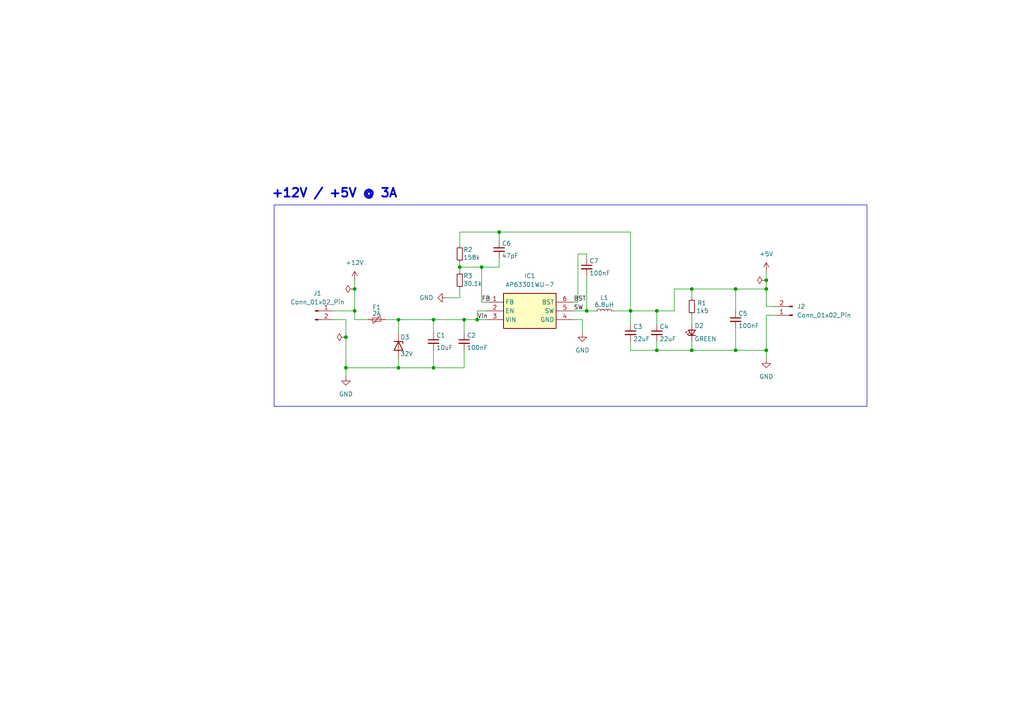
<source format=kicad_sch>
(kicad_sch
	(version 20231120)
	(generator "eeschema")
	(generator_version "8.0")
	(uuid "8d98cc41-7dcb-4437-9e56-3b5bbcb5298a")
	(paper "A4")
	(title_block
		(title "Buck_conv_adjustable_12V-5V")
		(date "2025-05-05")
		(rev "v0.1")
		(company "Siyar Onurlu")
	)
	(lib_symbols
		(symbol "0_sym:AP63301WU-7"
			(exclude_from_sim no)
			(in_bom yes)
			(on_board yes)
			(property "Reference" "IC"
				(at 21.59 7.62 0)
				(effects
					(font
						(size 1.27 1.27)
					)
					(justify left top)
				)
			)
			(property "Value" "AP63301WU-7"
				(at 21.59 5.08 0)
				(effects
					(font
						(size 1.27 1.27)
					)
					(justify left top)
				)
			)
			(property "Footprint" "SOT95P280X100-6N"
				(at 21.59 -94.92 0)
				(effects
					(font
						(size 1.27 1.27)
					)
					(justify left top)
					(hide yes)
				)
			)
			(property "Datasheet" "https://www.diodes.com//assets/Datasheets/AP63300-AP63301.pdf"
				(at 21.59 -194.92 0)
				(effects
					(font
						(size 1.27 1.27)
					)
					(justify left top)
					(hide yes)
				)
			)
			(property "Description" "3.8V TO 32V INPUT, 3A LOW IQ SYNCHRONOUS BUCK WITH ENHANCED EMI REDUCTION."
				(at 0 0 0)
				(effects
					(font
						(size 1.27 1.27)
					)
					(hide yes)
				)
			)
			(property "Height" "1"
				(at 21.59 -394.92 0)
				(effects
					(font
						(size 1.27 1.27)
					)
					(justify left top)
					(hide yes)
				)
			)
			(property "Mouser Part Number" "621-AP63301WU-7"
				(at 21.59 -494.92 0)
				(effects
					(font
						(size 1.27 1.27)
					)
					(justify left top)
					(hide yes)
				)
			)
			(property "Mouser Price/Stock" "https://www.mouser.co.uk/ProductDetail/Diodes-Incorporated/AP63301WU-7?qs=bZr6mbWTK5mxozg17S0lNg%3D%3D"
				(at 21.59 -594.92 0)
				(effects
					(font
						(size 1.27 1.27)
					)
					(justify left top)
					(hide yes)
				)
			)
			(property "Manufacturer_Name" "Diodes Incorporated"
				(at 21.59 -694.92 0)
				(effects
					(font
						(size 1.27 1.27)
					)
					(justify left top)
					(hide yes)
				)
			)
			(property "Manufacturer_Part_Number" "AP63301WU-7"
				(at 21.59 -794.92 0)
				(effects
					(font
						(size 1.27 1.27)
					)
					(justify left top)
					(hide yes)
				)
			)
			(symbol "AP63301WU-7_1_1"
				(rectangle
					(start 5.08 2.54)
					(end 20.32 -7.62)
					(stroke
						(width 0.254)
						(type default)
					)
					(fill
						(type background)
					)
				)
				(pin passive line
					(at 0 0 0)
					(length 5.08)
					(name "FB"
						(effects
							(font
								(size 1.27 1.27)
							)
						)
					)
					(number "1"
						(effects
							(font
								(size 1.27 1.27)
							)
						)
					)
				)
				(pin passive line
					(at 0 -2.54 0)
					(length 5.08)
					(name "EN"
						(effects
							(font
								(size 1.27 1.27)
							)
						)
					)
					(number "2"
						(effects
							(font
								(size 1.27 1.27)
							)
						)
					)
				)
				(pin passive line
					(at 0 -5.08 0)
					(length 5.08)
					(name "VIN"
						(effects
							(font
								(size 1.27 1.27)
							)
						)
					)
					(number "3"
						(effects
							(font
								(size 1.27 1.27)
							)
						)
					)
				)
				(pin passive line
					(at 25.4 -5.08 180)
					(length 5.08)
					(name "GND"
						(effects
							(font
								(size 1.27 1.27)
							)
						)
					)
					(number "4"
						(effects
							(font
								(size 1.27 1.27)
							)
						)
					)
				)
				(pin passive line
					(at 25.4 -2.54 180)
					(length 5.08)
					(name "SW"
						(effects
							(font
								(size 1.27 1.27)
							)
						)
					)
					(number "5"
						(effects
							(font
								(size 1.27 1.27)
							)
						)
					)
				)
				(pin passive line
					(at 25.4 0 180)
					(length 5.08)
					(name "BST"
						(effects
							(font
								(size 1.27 1.27)
							)
						)
					)
					(number "6"
						(effects
							(font
								(size 1.27 1.27)
							)
						)
					)
				)
			)
		)
		(symbol "Connector:Conn_01x02_Pin"
			(pin_names
				(offset 1.016) hide)
			(exclude_from_sim no)
			(in_bom yes)
			(on_board yes)
			(property "Reference" "J"
				(at 0 2.54 0)
				(effects
					(font
						(size 1.27 1.27)
					)
				)
			)
			(property "Value" "Conn_01x02_Pin"
				(at 0 -5.08 0)
				(effects
					(font
						(size 1.27 1.27)
					)
				)
			)
			(property "Footprint" ""
				(at 0 0 0)
				(effects
					(font
						(size 1.27 1.27)
					)
					(hide yes)
				)
			)
			(property "Datasheet" "~"
				(at 0 0 0)
				(effects
					(font
						(size 1.27 1.27)
					)
					(hide yes)
				)
			)
			(property "Description" "Generic connector, single row, 01x02, script generated"
				(at 0 0 0)
				(effects
					(font
						(size 1.27 1.27)
					)
					(hide yes)
				)
			)
			(property "ki_locked" ""
				(at 0 0 0)
				(effects
					(font
						(size 1.27 1.27)
					)
				)
			)
			(property "ki_keywords" "connector"
				(at 0 0 0)
				(effects
					(font
						(size 1.27 1.27)
					)
					(hide yes)
				)
			)
			(property "ki_fp_filters" "Connector*:*_1x??_*"
				(at 0 0 0)
				(effects
					(font
						(size 1.27 1.27)
					)
					(hide yes)
				)
			)
			(symbol "Conn_01x02_Pin_1_1"
				(polyline
					(pts
						(xy 1.27 -2.54) (xy 0.8636 -2.54)
					)
					(stroke
						(width 0.1524)
						(type default)
					)
					(fill
						(type none)
					)
				)
				(polyline
					(pts
						(xy 1.27 0) (xy 0.8636 0)
					)
					(stroke
						(width 0.1524)
						(type default)
					)
					(fill
						(type none)
					)
				)
				(rectangle
					(start 0.8636 -2.413)
					(end 0 -2.667)
					(stroke
						(width 0.1524)
						(type default)
					)
					(fill
						(type outline)
					)
				)
				(rectangle
					(start 0.8636 0.127)
					(end 0 -0.127)
					(stroke
						(width 0.1524)
						(type default)
					)
					(fill
						(type outline)
					)
				)
				(pin passive line
					(at 5.08 0 180)
					(length 3.81)
					(name "Pin_1"
						(effects
							(font
								(size 1.27 1.27)
							)
						)
					)
					(number "1"
						(effects
							(font
								(size 1.27 1.27)
							)
						)
					)
				)
				(pin passive line
					(at 5.08 -2.54 180)
					(length 3.81)
					(name "Pin_2"
						(effects
							(font
								(size 1.27 1.27)
							)
						)
					)
					(number "2"
						(effects
							(font
								(size 1.27 1.27)
							)
						)
					)
				)
			)
		)
		(symbol "Device:C_Small"
			(pin_numbers hide)
			(pin_names
				(offset 0.254) hide)
			(exclude_from_sim no)
			(in_bom yes)
			(on_board yes)
			(property "Reference" "C"
				(at 0.254 1.778 0)
				(effects
					(font
						(size 1.27 1.27)
					)
					(justify left)
				)
			)
			(property "Value" "C_Small"
				(at 0.254 -2.032 0)
				(effects
					(font
						(size 1.27 1.27)
					)
					(justify left)
				)
			)
			(property "Footprint" ""
				(at 0 0 0)
				(effects
					(font
						(size 1.27 1.27)
					)
					(hide yes)
				)
			)
			(property "Datasheet" "~"
				(at 0 0 0)
				(effects
					(font
						(size 1.27 1.27)
					)
					(hide yes)
				)
			)
			(property "Description" "Unpolarized capacitor, small symbol"
				(at 0 0 0)
				(effects
					(font
						(size 1.27 1.27)
					)
					(hide yes)
				)
			)
			(property "ki_keywords" "capacitor cap"
				(at 0 0 0)
				(effects
					(font
						(size 1.27 1.27)
					)
					(hide yes)
				)
			)
			(property "ki_fp_filters" "C_*"
				(at 0 0 0)
				(effects
					(font
						(size 1.27 1.27)
					)
					(hide yes)
				)
			)
			(symbol "C_Small_0_1"
				(polyline
					(pts
						(xy -1.524 -0.508) (xy 1.524 -0.508)
					)
					(stroke
						(width 0.3302)
						(type default)
					)
					(fill
						(type none)
					)
				)
				(polyline
					(pts
						(xy -1.524 0.508) (xy 1.524 0.508)
					)
					(stroke
						(width 0.3048)
						(type default)
					)
					(fill
						(type none)
					)
				)
			)
			(symbol "C_Small_1_1"
				(pin passive line
					(at 0 2.54 270)
					(length 2.032)
					(name "~"
						(effects
							(font
								(size 1.27 1.27)
							)
						)
					)
					(number "1"
						(effects
							(font
								(size 1.27 1.27)
							)
						)
					)
				)
				(pin passive line
					(at 0 -2.54 90)
					(length 2.032)
					(name "~"
						(effects
							(font
								(size 1.27 1.27)
							)
						)
					)
					(number "2"
						(effects
							(font
								(size 1.27 1.27)
							)
						)
					)
				)
			)
		)
		(symbol "Device:LED_Small"
			(pin_numbers hide)
			(pin_names
				(offset 0.254) hide)
			(exclude_from_sim no)
			(in_bom yes)
			(on_board yes)
			(property "Reference" "D"
				(at -1.27 3.175 0)
				(effects
					(font
						(size 1.27 1.27)
					)
					(justify left)
				)
			)
			(property "Value" "LED_Small"
				(at -4.445 -2.54 0)
				(effects
					(font
						(size 1.27 1.27)
					)
					(justify left)
				)
			)
			(property "Footprint" ""
				(at 0 0 90)
				(effects
					(font
						(size 1.27 1.27)
					)
					(hide yes)
				)
			)
			(property "Datasheet" "~"
				(at 0 0 90)
				(effects
					(font
						(size 1.27 1.27)
					)
					(hide yes)
				)
			)
			(property "Description" "Light emitting diode, small symbol"
				(at 0 0 0)
				(effects
					(font
						(size 1.27 1.27)
					)
					(hide yes)
				)
			)
			(property "ki_keywords" "LED diode light-emitting-diode"
				(at 0 0 0)
				(effects
					(font
						(size 1.27 1.27)
					)
					(hide yes)
				)
			)
			(property "ki_fp_filters" "LED* LED_SMD:* LED_THT:*"
				(at 0 0 0)
				(effects
					(font
						(size 1.27 1.27)
					)
					(hide yes)
				)
			)
			(symbol "LED_Small_0_1"
				(polyline
					(pts
						(xy -0.762 -1.016) (xy -0.762 1.016)
					)
					(stroke
						(width 0.254)
						(type default)
					)
					(fill
						(type none)
					)
				)
				(polyline
					(pts
						(xy 1.016 0) (xy -0.762 0)
					)
					(stroke
						(width 0)
						(type default)
					)
					(fill
						(type none)
					)
				)
				(polyline
					(pts
						(xy 0.762 -1.016) (xy -0.762 0) (xy 0.762 1.016) (xy 0.762 -1.016)
					)
					(stroke
						(width 0.254)
						(type default)
					)
					(fill
						(type none)
					)
				)
				(polyline
					(pts
						(xy 0 0.762) (xy -0.508 1.27) (xy -0.254 1.27) (xy -0.508 1.27) (xy -0.508 1.016)
					)
					(stroke
						(width 0)
						(type default)
					)
					(fill
						(type none)
					)
				)
				(polyline
					(pts
						(xy 0.508 1.27) (xy 0 1.778) (xy 0.254 1.778) (xy 0 1.778) (xy 0 1.524)
					)
					(stroke
						(width 0)
						(type default)
					)
					(fill
						(type none)
					)
				)
			)
			(symbol "LED_Small_1_1"
				(pin passive line
					(at -2.54 0 0)
					(length 1.778)
					(name "K"
						(effects
							(font
								(size 1.27 1.27)
							)
						)
					)
					(number "1"
						(effects
							(font
								(size 1.27 1.27)
							)
						)
					)
				)
				(pin passive line
					(at 2.54 0 180)
					(length 1.778)
					(name "A"
						(effects
							(font
								(size 1.27 1.27)
							)
						)
					)
					(number "2"
						(effects
							(font
								(size 1.27 1.27)
							)
						)
					)
				)
			)
		)
		(symbol "Device:L_Small"
			(pin_numbers hide)
			(pin_names
				(offset 0.254) hide)
			(exclude_from_sim no)
			(in_bom yes)
			(on_board yes)
			(property "Reference" "L"
				(at 0.762 1.016 0)
				(effects
					(font
						(size 1.27 1.27)
					)
					(justify left)
				)
			)
			(property "Value" "L_Small"
				(at 0.762 -1.016 0)
				(effects
					(font
						(size 1.27 1.27)
					)
					(justify left)
				)
			)
			(property "Footprint" ""
				(at 0 0 0)
				(effects
					(font
						(size 1.27 1.27)
					)
					(hide yes)
				)
			)
			(property "Datasheet" "~"
				(at 0 0 0)
				(effects
					(font
						(size 1.27 1.27)
					)
					(hide yes)
				)
			)
			(property "Description" "Inductor, small symbol"
				(at 0 0 0)
				(effects
					(font
						(size 1.27 1.27)
					)
					(hide yes)
				)
			)
			(property "ki_keywords" "inductor choke coil reactor magnetic"
				(at 0 0 0)
				(effects
					(font
						(size 1.27 1.27)
					)
					(hide yes)
				)
			)
			(property "ki_fp_filters" "Choke_* *Coil* Inductor_* L_*"
				(at 0 0 0)
				(effects
					(font
						(size 1.27 1.27)
					)
					(hide yes)
				)
			)
			(symbol "L_Small_0_1"
				(arc
					(start 0 -2.032)
					(mid 0.5058 -1.524)
					(end 0 -1.016)
					(stroke
						(width 0)
						(type default)
					)
					(fill
						(type none)
					)
				)
				(arc
					(start 0 -1.016)
					(mid 0.5058 -0.508)
					(end 0 0)
					(stroke
						(width 0)
						(type default)
					)
					(fill
						(type none)
					)
				)
				(arc
					(start 0 0)
					(mid 0.5058 0.508)
					(end 0 1.016)
					(stroke
						(width 0)
						(type default)
					)
					(fill
						(type none)
					)
				)
				(arc
					(start 0 1.016)
					(mid 0.5058 1.524)
					(end 0 2.032)
					(stroke
						(width 0)
						(type default)
					)
					(fill
						(type none)
					)
				)
			)
			(symbol "L_Small_1_1"
				(pin passive line
					(at 0 2.54 270)
					(length 0.508)
					(name "~"
						(effects
							(font
								(size 1.27 1.27)
							)
						)
					)
					(number "1"
						(effects
							(font
								(size 1.27 1.27)
							)
						)
					)
				)
				(pin passive line
					(at 0 -2.54 90)
					(length 0.508)
					(name "~"
						(effects
							(font
								(size 1.27 1.27)
							)
						)
					)
					(number "2"
						(effects
							(font
								(size 1.27 1.27)
							)
						)
					)
				)
			)
		)
		(symbol "Device:Polyfuse_Small"
			(pin_numbers hide)
			(pin_names
				(offset 0)
			)
			(exclude_from_sim no)
			(in_bom yes)
			(on_board yes)
			(property "Reference" "F"
				(at -1.905 0 90)
				(effects
					(font
						(size 1.27 1.27)
					)
				)
			)
			(property "Value" "Polyfuse_Small"
				(at 1.905 0 90)
				(effects
					(font
						(size 1.27 1.27)
					)
				)
			)
			(property "Footprint" ""
				(at 1.27 -5.08 0)
				(effects
					(font
						(size 1.27 1.27)
					)
					(justify left)
					(hide yes)
				)
			)
			(property "Datasheet" "~"
				(at 0 0 0)
				(effects
					(font
						(size 1.27 1.27)
					)
					(hide yes)
				)
			)
			(property "Description" "Resettable fuse, polymeric positive temperature coefficient, small symbol"
				(at 0 0 0)
				(effects
					(font
						(size 1.27 1.27)
					)
					(hide yes)
				)
			)
			(property "ki_keywords" "resettable fuse PTC PPTC polyfuse polyswitch"
				(at 0 0 0)
				(effects
					(font
						(size 1.27 1.27)
					)
					(hide yes)
				)
			)
			(property "ki_fp_filters" "*polyfuse* *PTC*"
				(at 0 0 0)
				(effects
					(font
						(size 1.27 1.27)
					)
					(hide yes)
				)
			)
			(symbol "Polyfuse_Small_0_1"
				(rectangle
					(start -0.508 1.27)
					(end 0.508 -1.27)
					(stroke
						(width 0)
						(type default)
					)
					(fill
						(type none)
					)
				)
				(polyline
					(pts
						(xy 0 2.54) (xy 0 -2.54)
					)
					(stroke
						(width 0)
						(type default)
					)
					(fill
						(type none)
					)
				)
				(polyline
					(pts
						(xy -1.016 1.27) (xy -1.016 0.762) (xy 1.016 -0.762) (xy 1.016 -1.27)
					)
					(stroke
						(width 0)
						(type default)
					)
					(fill
						(type none)
					)
				)
			)
			(symbol "Polyfuse_Small_1_1"
				(pin passive line
					(at 0 2.54 270)
					(length 0.635)
					(name "~"
						(effects
							(font
								(size 1.27 1.27)
							)
						)
					)
					(number "1"
						(effects
							(font
								(size 1.27 1.27)
							)
						)
					)
				)
				(pin passive line
					(at 0 -2.54 90)
					(length 0.635)
					(name "~"
						(effects
							(font
								(size 1.27 1.27)
							)
						)
					)
					(number "2"
						(effects
							(font
								(size 1.27 1.27)
							)
						)
					)
				)
			)
		)
		(symbol "Device:R_Small"
			(pin_numbers hide)
			(pin_names
				(offset 0.254) hide)
			(exclude_from_sim no)
			(in_bom yes)
			(on_board yes)
			(property "Reference" "R"
				(at 0.762 0.508 0)
				(effects
					(font
						(size 1.27 1.27)
					)
					(justify left)
				)
			)
			(property "Value" "R_Small"
				(at 0.762 -1.016 0)
				(effects
					(font
						(size 1.27 1.27)
					)
					(justify left)
				)
			)
			(property "Footprint" ""
				(at 0 0 0)
				(effects
					(font
						(size 1.27 1.27)
					)
					(hide yes)
				)
			)
			(property "Datasheet" "~"
				(at 0 0 0)
				(effects
					(font
						(size 1.27 1.27)
					)
					(hide yes)
				)
			)
			(property "Description" "Resistor, small symbol"
				(at 0 0 0)
				(effects
					(font
						(size 1.27 1.27)
					)
					(hide yes)
				)
			)
			(property "ki_keywords" "R resistor"
				(at 0 0 0)
				(effects
					(font
						(size 1.27 1.27)
					)
					(hide yes)
				)
			)
			(property "ki_fp_filters" "R_*"
				(at 0 0 0)
				(effects
					(font
						(size 1.27 1.27)
					)
					(hide yes)
				)
			)
			(symbol "R_Small_0_1"
				(rectangle
					(start -0.762 1.778)
					(end 0.762 -1.778)
					(stroke
						(width 0.2032)
						(type default)
					)
					(fill
						(type none)
					)
				)
			)
			(symbol "R_Small_1_1"
				(pin passive line
					(at 0 2.54 270)
					(length 0.762)
					(name "~"
						(effects
							(font
								(size 1.27 1.27)
							)
						)
					)
					(number "1"
						(effects
							(font
								(size 1.27 1.27)
							)
						)
					)
				)
				(pin passive line
					(at 0 -2.54 90)
					(length 0.762)
					(name "~"
						(effects
							(font
								(size 1.27 1.27)
							)
						)
					)
					(number "2"
						(effects
							(font
								(size 1.27 1.27)
							)
						)
					)
				)
			)
		)
		(symbol "Diode:PTVS15VZ1USK"
			(pin_numbers hide)
			(pin_names hide)
			(exclude_from_sim no)
			(in_bom yes)
			(on_board yes)
			(property "Reference" "D"
				(at 0 2.54 0)
				(effects
					(font
						(size 1.27 1.27)
					)
				)
			)
			(property "Value" "PTVS15VZ1USK"
				(at 0 -2.54 0)
				(effects
					(font
						(size 1.27 1.27)
					)
				)
			)
			(property "Footprint" "Diode_SMD:Nexperia_DSN1608-2_1.6x0.8mm"
				(at 0 -4.445 0)
				(effects
					(font
						(size 1.27 1.27)
					)
					(hide yes)
				)
			)
			(property "Datasheet" "https://assets.nexperia.com/documents/data-sheet/PTVS15VZ1USK.pdf"
				(at 0 0 0)
				(effects
					(font
						(size 1.27 1.27)
					)
					(hide yes)
				)
			)
			(property "Description" "15V, 1900W TVS unidirectional diode, DSN1608-2"
				(at 0 0 0)
				(effects
					(font
						(size 1.27 1.27)
					)
					(hide yes)
				)
			)
			(property "ki_keywords" "TVS diode"
				(at 0 0 0)
				(effects
					(font
						(size 1.27 1.27)
					)
					(hide yes)
				)
			)
			(property "ki_fp_filters" "*DSN1608?2*"
				(at 0 0 0)
				(effects
					(font
						(size 1.27 1.27)
					)
					(hide yes)
				)
			)
			(symbol "PTVS15VZ1USK_0_1"
				(polyline
					(pts
						(xy 1.27 0) (xy -1.27 0)
					)
					(stroke
						(width 0)
						(type default)
					)
					(fill
						(type none)
					)
				)
				(polyline
					(pts
						(xy -1.27 -1.27) (xy -1.27 1.27) (xy -0.762 1.27)
					)
					(stroke
						(width 0.254)
						(type default)
					)
					(fill
						(type none)
					)
				)
				(polyline
					(pts
						(xy 1.27 -1.27) (xy 1.27 1.27) (xy -1.27 0) (xy 1.27 -1.27)
					)
					(stroke
						(width 0.254)
						(type default)
					)
					(fill
						(type none)
					)
				)
			)
			(symbol "PTVS15VZ1USK_1_1"
				(pin passive line
					(at -3.81 0 0)
					(length 2.54)
					(name "K"
						(effects
							(font
								(size 1.27 1.27)
							)
						)
					)
					(number "1"
						(effects
							(font
								(size 1.27 1.27)
							)
						)
					)
				)
				(pin passive line
					(at 3.81 0 180)
					(length 2.54)
					(name "A"
						(effects
							(font
								(size 1.27 1.27)
							)
						)
					)
					(number "2"
						(effects
							(font
								(size 1.27 1.27)
							)
						)
					)
				)
			)
		)
		(symbol "power:+12V"
			(power)
			(pin_numbers hide)
			(pin_names
				(offset 0) hide)
			(exclude_from_sim no)
			(in_bom yes)
			(on_board yes)
			(property "Reference" "#PWR"
				(at 0 -3.81 0)
				(effects
					(font
						(size 1.27 1.27)
					)
					(hide yes)
				)
			)
			(property "Value" "+12V"
				(at 0 3.556 0)
				(effects
					(font
						(size 1.27 1.27)
					)
				)
			)
			(property "Footprint" ""
				(at 0 0 0)
				(effects
					(font
						(size 1.27 1.27)
					)
					(hide yes)
				)
			)
			(property "Datasheet" ""
				(at 0 0 0)
				(effects
					(font
						(size 1.27 1.27)
					)
					(hide yes)
				)
			)
			(property "Description" "Power symbol creates a global label with name \"+12V\""
				(at 0 0 0)
				(effects
					(font
						(size 1.27 1.27)
					)
					(hide yes)
				)
			)
			(property "ki_keywords" "global power"
				(at 0 0 0)
				(effects
					(font
						(size 1.27 1.27)
					)
					(hide yes)
				)
			)
			(symbol "+12V_0_1"
				(polyline
					(pts
						(xy -0.762 1.27) (xy 0 2.54)
					)
					(stroke
						(width 0)
						(type default)
					)
					(fill
						(type none)
					)
				)
				(polyline
					(pts
						(xy 0 0) (xy 0 2.54)
					)
					(stroke
						(width 0)
						(type default)
					)
					(fill
						(type none)
					)
				)
				(polyline
					(pts
						(xy 0 2.54) (xy 0.762 1.27)
					)
					(stroke
						(width 0)
						(type default)
					)
					(fill
						(type none)
					)
				)
			)
			(symbol "+12V_1_1"
				(pin power_in line
					(at 0 0 90)
					(length 0)
					(name "~"
						(effects
							(font
								(size 1.27 1.27)
							)
						)
					)
					(number "1"
						(effects
							(font
								(size 1.27 1.27)
							)
						)
					)
				)
			)
		)
		(symbol "power:+5V"
			(power)
			(pin_numbers hide)
			(pin_names
				(offset 0) hide)
			(exclude_from_sim no)
			(in_bom yes)
			(on_board yes)
			(property "Reference" "#PWR"
				(at 0 -3.81 0)
				(effects
					(font
						(size 1.27 1.27)
					)
					(hide yes)
				)
			)
			(property "Value" "+5V"
				(at 0 3.556 0)
				(effects
					(font
						(size 1.27 1.27)
					)
				)
			)
			(property "Footprint" ""
				(at 0 0 0)
				(effects
					(font
						(size 1.27 1.27)
					)
					(hide yes)
				)
			)
			(property "Datasheet" ""
				(at 0 0 0)
				(effects
					(font
						(size 1.27 1.27)
					)
					(hide yes)
				)
			)
			(property "Description" "Power symbol creates a global label with name \"+5V\""
				(at 0 0 0)
				(effects
					(font
						(size 1.27 1.27)
					)
					(hide yes)
				)
			)
			(property "ki_keywords" "global power"
				(at 0 0 0)
				(effects
					(font
						(size 1.27 1.27)
					)
					(hide yes)
				)
			)
			(symbol "+5V_0_1"
				(polyline
					(pts
						(xy -0.762 1.27) (xy 0 2.54)
					)
					(stroke
						(width 0)
						(type default)
					)
					(fill
						(type none)
					)
				)
				(polyline
					(pts
						(xy 0 0) (xy 0 2.54)
					)
					(stroke
						(width 0)
						(type default)
					)
					(fill
						(type none)
					)
				)
				(polyline
					(pts
						(xy 0 2.54) (xy 0.762 1.27)
					)
					(stroke
						(width 0)
						(type default)
					)
					(fill
						(type none)
					)
				)
			)
			(symbol "+5V_1_1"
				(pin power_in line
					(at 0 0 90)
					(length 0)
					(name "~"
						(effects
							(font
								(size 1.27 1.27)
							)
						)
					)
					(number "1"
						(effects
							(font
								(size 1.27 1.27)
							)
						)
					)
				)
			)
		)
		(symbol "power:GND"
			(power)
			(pin_numbers hide)
			(pin_names
				(offset 0) hide)
			(exclude_from_sim no)
			(in_bom yes)
			(on_board yes)
			(property "Reference" "#PWR"
				(at 0 -6.35 0)
				(effects
					(font
						(size 1.27 1.27)
					)
					(hide yes)
				)
			)
			(property "Value" "GND"
				(at 0 -3.81 0)
				(effects
					(font
						(size 1.27 1.27)
					)
				)
			)
			(property "Footprint" ""
				(at 0 0 0)
				(effects
					(font
						(size 1.27 1.27)
					)
					(hide yes)
				)
			)
			(property "Datasheet" ""
				(at 0 0 0)
				(effects
					(font
						(size 1.27 1.27)
					)
					(hide yes)
				)
			)
			(property "Description" "Power symbol creates a global label with name \"GND\" , ground"
				(at 0 0 0)
				(effects
					(font
						(size 1.27 1.27)
					)
					(hide yes)
				)
			)
			(property "ki_keywords" "global power"
				(at 0 0 0)
				(effects
					(font
						(size 1.27 1.27)
					)
					(hide yes)
				)
			)
			(symbol "GND_0_1"
				(polyline
					(pts
						(xy 0 0) (xy 0 -1.27) (xy 1.27 -1.27) (xy 0 -2.54) (xy -1.27 -1.27) (xy 0 -1.27)
					)
					(stroke
						(width 0)
						(type default)
					)
					(fill
						(type none)
					)
				)
			)
			(symbol "GND_1_1"
				(pin power_in line
					(at 0 0 270)
					(length 0)
					(name "~"
						(effects
							(font
								(size 1.27 1.27)
							)
						)
					)
					(number "1"
						(effects
							(font
								(size 1.27 1.27)
							)
						)
					)
				)
			)
		)
		(symbol "power:PWR_FLAG"
			(power)
			(pin_numbers hide)
			(pin_names
				(offset 0) hide)
			(exclude_from_sim no)
			(in_bom yes)
			(on_board yes)
			(property "Reference" "#FLG"
				(at 0 1.905 0)
				(effects
					(font
						(size 1.27 1.27)
					)
					(hide yes)
				)
			)
			(property "Value" "PWR_FLAG"
				(at 0 3.81 0)
				(effects
					(font
						(size 1.27 1.27)
					)
				)
			)
			(property "Footprint" ""
				(at 0 0 0)
				(effects
					(font
						(size 1.27 1.27)
					)
					(hide yes)
				)
			)
			(property "Datasheet" "~"
				(at 0 0 0)
				(effects
					(font
						(size 1.27 1.27)
					)
					(hide yes)
				)
			)
			(property "Description" "Special symbol for telling ERC where power comes from"
				(at 0 0 0)
				(effects
					(font
						(size 1.27 1.27)
					)
					(hide yes)
				)
			)
			(property "ki_keywords" "flag power"
				(at 0 0 0)
				(effects
					(font
						(size 1.27 1.27)
					)
					(hide yes)
				)
			)
			(symbol "PWR_FLAG_0_0"
				(pin power_out line
					(at 0 0 90)
					(length 0)
					(name "~"
						(effects
							(font
								(size 1.27 1.27)
							)
						)
					)
					(number "1"
						(effects
							(font
								(size 1.27 1.27)
							)
						)
					)
				)
			)
			(symbol "PWR_FLAG_0_1"
				(polyline
					(pts
						(xy 0 0) (xy 0 1.27) (xy -1.016 1.905) (xy 0 2.54) (xy 1.016 1.905) (xy 0 1.27)
					)
					(stroke
						(width 0)
						(type default)
					)
					(fill
						(type none)
					)
				)
			)
		)
	)
	(junction
		(at 100.33 106.68)
		(diameter 0)
		(color 0 0 0 0)
		(uuid "00dcd58e-e9c4-4b19-a22b-cdb47e131de3")
	)
	(junction
		(at 115.57 106.68)
		(diameter 0)
		(color 0 0 0 0)
		(uuid "13d50278-0965-4702-babd-5a39b5fc232c")
	)
	(junction
		(at 200.66 83.82)
		(diameter 0)
		(color 0 0 0 0)
		(uuid "16600d0f-d012-4a2f-9366-6481e80511e0")
	)
	(junction
		(at 182.88 90.17)
		(diameter 0)
		(color 0 0 0 0)
		(uuid "17af5771-6632-4c9e-9c10-ed53ea446881")
	)
	(junction
		(at 138.43 92.71)
		(diameter 0)
		(color 0 0 0 0)
		(uuid "2d1134df-c63b-4eeb-bead-00d708167a88")
	)
	(junction
		(at 125.73 106.68)
		(diameter 0)
		(color 0 0 0 0)
		(uuid "2dec03f1-929b-4168-94b4-1efcb962309e")
	)
	(junction
		(at 125.73 92.71)
		(diameter 0)
		(color 0 0 0 0)
		(uuid "39d79b3e-909b-4e69-84c4-659668482c9b")
	)
	(junction
		(at 144.78 67.31)
		(diameter 0)
		(color 0 0 0 0)
		(uuid "57881fa0-80f3-466a-b93a-7cdad969b85b")
	)
	(junction
		(at 134.62 92.71)
		(diameter 0)
		(color 0 0 0 0)
		(uuid "58c7d73c-3153-4cad-ba58-fed829f09e70")
	)
	(junction
		(at 222.25 83.82)
		(diameter 0)
		(color 0 0 0 0)
		(uuid "5e954798-246b-41d7-8134-1155b0778d94")
	)
	(junction
		(at 222.25 81.28)
		(diameter 0)
		(color 0 0 0 0)
		(uuid "60ebcbdf-da8b-4ad2-ad2b-d5d2380c4283")
	)
	(junction
		(at 139.7 77.47)
		(diameter 0)
		(color 0 0 0 0)
		(uuid "63639832-ef8b-4180-b785-4857437560e0")
	)
	(junction
		(at 115.57 92.71)
		(diameter 0)
		(color 0 0 0 0)
		(uuid "77b8411c-b0b0-427a-a803-0140e2989bac")
	)
	(junction
		(at 102.87 83.82)
		(diameter 0)
		(color 0 0 0 0)
		(uuid "93ce06f3-86ed-4364-bb69-161313f765ce")
	)
	(junction
		(at 190.5 90.17)
		(diameter 0)
		(color 0 0 0 0)
		(uuid "96a4830f-c181-4899-ac47-fae668ba6b5b")
	)
	(junction
		(at 133.35 77.47)
		(diameter 0)
		(color 0 0 0 0)
		(uuid "9d213730-9e1a-4c09-a6bf-131b41336dbe")
	)
	(junction
		(at 100.33 97.79)
		(diameter 0)
		(color 0 0 0 0)
		(uuid "a868fb20-9afb-42eb-b4ba-e4ebdc43e881")
	)
	(junction
		(at 190.5 101.6)
		(diameter 0)
		(color 0 0 0 0)
		(uuid "b8ff69d6-d357-4a85-b11b-1a8523047878")
	)
	(junction
		(at 200.66 101.6)
		(diameter 0)
		(color 0 0 0 0)
		(uuid "b97c635e-41d4-4272-a636-7c4a61f26539")
	)
	(junction
		(at 222.25 101.6)
		(diameter 0)
		(color 0 0 0 0)
		(uuid "ca4ab12f-94e0-4030-8b01-909103c6fa13")
	)
	(junction
		(at 102.87 90.17)
		(diameter 0)
		(color 0 0 0 0)
		(uuid "d6d7da41-df06-4a16-b401-1b5dece677f6")
	)
	(junction
		(at 170.18 90.17)
		(diameter 0)
		(color 0 0 0 0)
		(uuid "db73c808-ce36-46ab-88b4-bff371181f14")
	)
	(junction
		(at 213.36 101.6)
		(diameter 0)
		(color 0 0 0 0)
		(uuid "efd05f73-687f-4c34-8c79-95341afce3ba")
	)
	(junction
		(at 213.36 83.82)
		(diameter 0)
		(color 0 0 0 0)
		(uuid "f2a7ebc1-aac2-404b-9679-50037815dbc1")
	)
	(wire
		(pts
			(xy 170.18 90.17) (xy 172.72 90.17)
		)
		(stroke
			(width 0)
			(type default)
		)
		(uuid "00163555-a24c-4298-9699-647832fa82ce")
	)
	(wire
		(pts
			(xy 190.5 90.17) (xy 190.5 93.98)
		)
		(stroke
			(width 0)
			(type default)
		)
		(uuid "00da30b3-a56e-4922-8bf7-8838af9e861f")
	)
	(wire
		(pts
			(xy 213.36 95.25) (xy 213.36 101.6)
		)
		(stroke
			(width 0)
			(type default)
		)
		(uuid "0229f0a4-71e6-4761-b045-8411622c7bfc")
	)
	(wire
		(pts
			(xy 213.36 83.82) (xy 213.36 90.17)
		)
		(stroke
			(width 0)
			(type default)
		)
		(uuid "0512f7a3-119e-4d71-8d51-7bf1d6c05db6")
	)
	(wire
		(pts
			(xy 222.25 81.28) (xy 222.25 83.82)
		)
		(stroke
			(width 0)
			(type default)
		)
		(uuid "0555f292-5563-4f13-88d4-bfd0b1bb5fc9")
	)
	(wire
		(pts
			(xy 139.7 77.47) (xy 133.35 77.47)
		)
		(stroke
			(width 0)
			(type default)
		)
		(uuid "0d3a393c-c926-4ebb-89e0-798150a28a56")
	)
	(wire
		(pts
			(xy 144.78 77.47) (xy 144.78 74.93)
		)
		(stroke
			(width 0)
			(type default)
		)
		(uuid "130a2567-a397-42f2-aef2-5418d83c3eeb")
	)
	(wire
		(pts
			(xy 167.64 73.66) (xy 170.18 73.66)
		)
		(stroke
			(width 0)
			(type default)
		)
		(uuid "163e3504-c597-4a5b-a449-bd8ff6b2b446")
	)
	(wire
		(pts
			(xy 200.66 83.82) (xy 200.66 86.36)
		)
		(stroke
			(width 0)
			(type default)
		)
		(uuid "19522830-a176-434f-8f10-878663b05534")
	)
	(wire
		(pts
			(xy 133.35 86.36) (xy 129.54 86.36)
		)
		(stroke
			(width 0)
			(type default)
		)
		(uuid "1aaf1eff-7d34-45b9-9fa9-f7fedb6cde3e")
	)
	(wire
		(pts
			(xy 195.58 83.82) (xy 200.66 83.82)
		)
		(stroke
			(width 0)
			(type default)
		)
		(uuid "1bb0b30a-afe7-4234-8c8f-eb85a73cb7a5")
	)
	(wire
		(pts
			(xy 134.62 92.71) (xy 134.62 96.52)
		)
		(stroke
			(width 0)
			(type default)
		)
		(uuid "20a7f3d6-aec7-450a-bb96-aa5721f29a52")
	)
	(wire
		(pts
			(xy 111.76 92.71) (xy 115.57 92.71)
		)
		(stroke
			(width 0)
			(type default)
		)
		(uuid "234f7f9c-b23f-4a99-98be-1da7608eb42e")
	)
	(wire
		(pts
			(xy 200.66 101.6) (xy 213.36 101.6)
		)
		(stroke
			(width 0)
			(type default)
		)
		(uuid "26195f27-839c-4e03-a667-f81cb93d6571")
	)
	(wire
		(pts
			(xy 222.25 91.44) (xy 222.25 101.6)
		)
		(stroke
			(width 0)
			(type default)
		)
		(uuid "274588a5-c21c-4551-8da4-59cf4514dfb8")
	)
	(wire
		(pts
			(xy 200.66 99.06) (xy 200.66 101.6)
		)
		(stroke
			(width 0)
			(type default)
		)
		(uuid "2802e538-ae0c-4533-a8f2-0e2e30893ccc")
	)
	(wire
		(pts
			(xy 102.87 92.71) (xy 102.87 90.17)
		)
		(stroke
			(width 0)
			(type default)
		)
		(uuid "291967a5-a768-4106-8116-ae065928e3ad")
	)
	(wire
		(pts
			(xy 115.57 106.68) (xy 125.73 106.68)
		)
		(stroke
			(width 0)
			(type default)
		)
		(uuid "2ec5cf4a-d230-4e25-8f2e-621586b16610")
	)
	(wire
		(pts
			(xy 166.37 92.71) (xy 168.91 92.71)
		)
		(stroke
			(width 0)
			(type default)
		)
		(uuid "32430b2c-9fdb-4143-88c0-a849d09657b9")
	)
	(wire
		(pts
			(xy 166.37 90.17) (xy 170.18 90.17)
		)
		(stroke
			(width 0)
			(type default)
		)
		(uuid "341827f0-36ea-408d-99ab-098b66cf6225")
	)
	(wire
		(pts
			(xy 182.88 101.6) (xy 190.5 101.6)
		)
		(stroke
			(width 0)
			(type default)
		)
		(uuid "3492a4af-112f-4ee1-890f-588f16354265")
	)
	(wire
		(pts
			(xy 144.78 67.31) (xy 133.35 67.31)
		)
		(stroke
			(width 0)
			(type default)
		)
		(uuid "34c1d5cb-b709-4c34-9f5a-c16ff1ace7ae")
	)
	(wire
		(pts
			(xy 140.97 90.17) (xy 138.43 90.17)
		)
		(stroke
			(width 0)
			(type default)
		)
		(uuid "38c44476-9abd-4d45-8f1c-de201df79a60")
	)
	(wire
		(pts
			(xy 190.5 90.17) (xy 195.58 90.17)
		)
		(stroke
			(width 0)
			(type default)
		)
		(uuid "3a340189-6dc3-4fa1-8a73-341087087899")
	)
	(wire
		(pts
			(xy 100.33 97.79) (xy 100.33 106.68)
		)
		(stroke
			(width 0)
			(type default)
		)
		(uuid "411830ab-b622-48b6-836b-79d25b37fb9c")
	)
	(wire
		(pts
			(xy 115.57 104.14) (xy 115.57 106.68)
		)
		(stroke
			(width 0)
			(type default)
		)
		(uuid "46160093-d91c-49a4-8536-c9de16ccf270")
	)
	(wire
		(pts
			(xy 182.88 90.17) (xy 182.88 67.31)
		)
		(stroke
			(width 0)
			(type default)
		)
		(uuid "4a3cf43a-8e70-4614-908f-ce8bc1b17b86")
	)
	(wire
		(pts
			(xy 134.62 92.71) (xy 138.43 92.71)
		)
		(stroke
			(width 0)
			(type default)
		)
		(uuid "4df0724d-3d79-44ad-893c-639b696af792")
	)
	(wire
		(pts
			(xy 222.25 101.6) (xy 222.25 104.14)
		)
		(stroke
			(width 0)
			(type default)
		)
		(uuid "50324ae0-3a79-4072-8d69-794a432d7213")
	)
	(wire
		(pts
			(xy 222.25 78.74) (xy 222.25 81.28)
		)
		(stroke
			(width 0)
			(type default)
		)
		(uuid "504030ed-90d8-42fb-8864-b090cc152e80")
	)
	(wire
		(pts
			(xy 106.68 92.71) (xy 102.87 92.71)
		)
		(stroke
			(width 0)
			(type default)
		)
		(uuid "53078d21-c1f9-4f34-814d-1c7e2a04c832")
	)
	(wire
		(pts
			(xy 190.5 99.06) (xy 190.5 101.6)
		)
		(stroke
			(width 0)
			(type default)
		)
		(uuid "56e843df-cef9-42b8-a050-000d36f1409c")
	)
	(wire
		(pts
			(xy 190.5 101.6) (xy 200.66 101.6)
		)
		(stroke
			(width 0)
			(type default)
		)
		(uuid "5c6befbc-fa9e-460f-8341-91f334f5a5b5")
	)
	(wire
		(pts
			(xy 134.62 106.68) (xy 125.73 106.68)
		)
		(stroke
			(width 0)
			(type default)
		)
		(uuid "5fc6a8b7-6869-432a-ae81-6ebd5bf14595")
	)
	(wire
		(pts
			(xy 200.66 83.82) (xy 213.36 83.82)
		)
		(stroke
			(width 0)
			(type default)
		)
		(uuid "626bb52f-629e-4859-96f6-cec54f8bb986")
	)
	(wire
		(pts
			(xy 182.88 99.06) (xy 182.88 101.6)
		)
		(stroke
			(width 0)
			(type default)
		)
		(uuid "66f1316e-0e21-4684-b30d-183b7689027b")
	)
	(wire
		(pts
			(xy 170.18 80.01) (xy 170.18 90.17)
		)
		(stroke
			(width 0)
			(type default)
		)
		(uuid "705c0c1a-4485-484d-8987-bb56447ff1cb")
	)
	(wire
		(pts
			(xy 222.25 83.82) (xy 222.25 88.9)
		)
		(stroke
			(width 0)
			(type default)
		)
		(uuid "7060d679-af70-497e-96a8-68b4fd3210cd")
	)
	(wire
		(pts
			(xy 102.87 81.28) (xy 102.87 83.82)
		)
		(stroke
			(width 0)
			(type default)
		)
		(uuid "726ac74b-b299-4b3a-b825-babdb8d6f743")
	)
	(wire
		(pts
			(xy 134.62 101.6) (xy 134.62 106.68)
		)
		(stroke
			(width 0)
			(type default)
		)
		(uuid "760fdcac-57c7-4b25-b5bf-7d499980fea5")
	)
	(wire
		(pts
			(xy 96.52 92.71) (xy 100.33 92.71)
		)
		(stroke
			(width 0)
			(type default)
		)
		(uuid "79c20f59-3a45-4bd5-8ae2-a78335d25b12")
	)
	(wire
		(pts
			(xy 224.79 91.44) (xy 222.25 91.44)
		)
		(stroke
			(width 0)
			(type default)
		)
		(uuid "7a82014f-e528-4df1-9118-b03864cf7e64")
	)
	(wire
		(pts
			(xy 213.36 101.6) (xy 222.25 101.6)
		)
		(stroke
			(width 0)
			(type default)
		)
		(uuid "7f410063-23e0-4653-9070-612092172098")
	)
	(wire
		(pts
			(xy 133.35 77.47) (xy 133.35 78.74)
		)
		(stroke
			(width 0)
			(type default)
		)
		(uuid "7f8ea6be-e610-4d7f-8e4a-fc71a1be7962")
	)
	(wire
		(pts
			(xy 139.7 77.47) (xy 144.78 77.47)
		)
		(stroke
			(width 0)
			(type default)
		)
		(uuid "80214b7d-1869-4c08-96ba-fb28afa9375b")
	)
	(wire
		(pts
			(xy 177.8 90.17) (xy 182.88 90.17)
		)
		(stroke
			(width 0)
			(type default)
		)
		(uuid "876efd14-287c-4104-a0e2-abb98892d029")
	)
	(wire
		(pts
			(xy 133.35 67.31) (xy 133.35 71.12)
		)
		(stroke
			(width 0)
			(type default)
		)
		(uuid "88d734fd-d96c-4ec0-8a46-bbee85bd968d")
	)
	(wire
		(pts
			(xy 133.35 76.2) (xy 133.35 77.47)
		)
		(stroke
			(width 0)
			(type default)
		)
		(uuid "9c016cc3-a4b9-4292-bb3b-a6f89ff23504")
	)
	(wire
		(pts
			(xy 195.58 90.17) (xy 195.58 83.82)
		)
		(stroke
			(width 0)
			(type default)
		)
		(uuid "9ef82c43-e7c3-4a95-adf7-92d9ddfc2a07")
	)
	(wire
		(pts
			(xy 125.73 101.6) (xy 125.73 106.68)
		)
		(stroke
			(width 0)
			(type default)
		)
		(uuid "9f6a2fef-1c1b-4a68-b7ec-53c7187495ac")
	)
	(wire
		(pts
			(xy 200.66 91.44) (xy 200.66 93.98)
		)
		(stroke
			(width 0)
			(type default)
		)
		(uuid "a043365f-8c9b-4774-b022-cbdc483f824d")
	)
	(wire
		(pts
			(xy 102.87 83.82) (xy 102.87 90.17)
		)
		(stroke
			(width 0)
			(type default)
		)
		(uuid "a488ddbb-4899-44df-aadf-4df2be7a938f")
	)
	(wire
		(pts
			(xy 125.73 92.71) (xy 134.62 92.71)
		)
		(stroke
			(width 0)
			(type default)
		)
		(uuid "a6cfa762-9b27-4564-80ce-55c404df8c53")
	)
	(wire
		(pts
			(xy 115.57 92.71) (xy 115.57 96.52)
		)
		(stroke
			(width 0)
			(type default)
		)
		(uuid "a9b7fa87-f25b-480c-a6ff-39d8adc95e30")
	)
	(wire
		(pts
			(xy 182.88 90.17) (xy 190.5 90.17)
		)
		(stroke
			(width 0)
			(type default)
		)
		(uuid "b34fa14b-63e6-4288-8b35-9fabd554bcf1")
	)
	(wire
		(pts
			(xy 125.73 92.71) (xy 125.73 96.52)
		)
		(stroke
			(width 0)
			(type default)
		)
		(uuid "b7080e2e-d308-440f-8e80-47f5cf64e399")
	)
	(wire
		(pts
			(xy 133.35 83.82) (xy 133.35 86.36)
		)
		(stroke
			(width 0)
			(type default)
		)
		(uuid "beea0d0d-6076-43d3-a49f-58797e69b115")
	)
	(wire
		(pts
			(xy 144.78 67.31) (xy 144.78 69.85)
		)
		(stroke
			(width 0)
			(type default)
		)
		(uuid "ce6243bc-aad5-4353-a170-ba1b1dc1aed9")
	)
	(wire
		(pts
			(xy 139.7 87.63) (xy 139.7 77.47)
		)
		(stroke
			(width 0)
			(type default)
		)
		(uuid "ce769f06-bb1b-47b6-bbd6-58f3c1a1c275")
	)
	(wire
		(pts
			(xy 140.97 87.63) (xy 139.7 87.63)
		)
		(stroke
			(width 0)
			(type default)
		)
		(uuid "d080c620-1bcb-49df-992b-d8372b93c15e")
	)
	(wire
		(pts
			(xy 102.87 90.17) (xy 96.52 90.17)
		)
		(stroke
			(width 0)
			(type default)
		)
		(uuid "d15794e4-92cf-409d-b054-5942f7fb3f64")
	)
	(wire
		(pts
			(xy 182.88 90.17) (xy 182.88 93.98)
		)
		(stroke
			(width 0)
			(type default)
		)
		(uuid "d4afb830-38de-4aa0-a93b-3a05a8adb8e4")
	)
	(wire
		(pts
			(xy 182.88 67.31) (xy 144.78 67.31)
		)
		(stroke
			(width 0)
			(type default)
		)
		(uuid "d9355ac6-4ed7-4d2a-a154-3f3cc73ce815")
	)
	(wire
		(pts
			(xy 170.18 73.66) (xy 170.18 74.93)
		)
		(stroke
			(width 0)
			(type default)
		)
		(uuid "db090512-0967-48bd-8f74-3102c72a5b4d")
	)
	(wire
		(pts
			(xy 100.33 106.68) (xy 115.57 106.68)
		)
		(stroke
			(width 0)
			(type default)
		)
		(uuid "dce7cb1d-07c0-48a5-a783-b34ab05b2c25")
	)
	(wire
		(pts
			(xy 100.33 106.68) (xy 100.33 109.22)
		)
		(stroke
			(width 0)
			(type default)
		)
		(uuid "e01e009d-6a17-4518-84db-b246775c1f92")
	)
	(wire
		(pts
			(xy 167.64 73.66) (xy 167.64 87.63)
		)
		(stroke
			(width 0)
			(type default)
		)
		(uuid "e2abf670-e9cd-405a-8f0a-e6dfd776c405")
	)
	(wire
		(pts
			(xy 115.57 92.71) (xy 125.73 92.71)
		)
		(stroke
			(width 0)
			(type default)
		)
		(uuid "e357befc-bebf-4726-8d87-d94e1bdf2674")
	)
	(wire
		(pts
			(xy 100.33 92.71) (xy 100.33 97.79)
		)
		(stroke
			(width 0)
			(type default)
		)
		(uuid "e7976af8-056c-4080-92f0-6ef8c2678fe2")
	)
	(wire
		(pts
			(xy 138.43 90.17) (xy 138.43 92.71)
		)
		(stroke
			(width 0)
			(type default)
		)
		(uuid "ee716758-2dc3-4a82-a97c-eef7c538c74c")
	)
	(wire
		(pts
			(xy 224.79 88.9) (xy 222.25 88.9)
		)
		(stroke
			(width 0)
			(type default)
		)
		(uuid "eed7cbe8-e5eb-4df6-9b3b-1bc6b4f744d2")
	)
	(wire
		(pts
			(xy 213.36 83.82) (xy 222.25 83.82)
		)
		(stroke
			(width 0)
			(type default)
		)
		(uuid "f44529e2-262d-4679-8efc-590fb1ecc9e3")
	)
	(wire
		(pts
			(xy 138.43 92.71) (xy 140.97 92.71)
		)
		(stroke
			(width 0)
			(type default)
		)
		(uuid "f815d799-28f2-445a-8680-724a1a6b7de3")
	)
	(wire
		(pts
			(xy 168.91 92.71) (xy 168.91 96.52)
		)
		(stroke
			(width 0)
			(type default)
		)
		(uuid "f889842a-b863-4f06-acbd-e30b9792d262")
	)
	(wire
		(pts
			(xy 166.37 87.63) (xy 167.64 87.63)
		)
		(stroke
			(width 0)
			(type default)
		)
		(uuid "fefd9b45-69db-41e7-9320-6fd582465eba")
	)
	(rectangle
		(start 79.502 59.436)
		(end 251.46 117.856)
		(stroke
			(width 0)
			(type default)
		)
		(fill
			(type none)
		)
		(uuid 392e6899-425d-4182-8bfd-6d9a7441e9de)
	)
	(text "+12V / +5V @ 3A"
		(exclude_from_sim no)
		(at 97.028 56.134 0)
		(effects
			(font
				(size 2.54 2.54)
				(thickness 0.508)
				(bold yes)
			)
		)
		(uuid "04a8abe9-62d1-4a5c-8fd1-f2cd0738e1d9")
	)
	(label "BST"
		(at 166.37 87.63 0)
		(effects
			(font
				(size 1.27 1.27)
			)
			(justify left bottom)
		)
		(uuid "2be53916-4def-4dfc-9698-63a854eba081")
	)
	(label "SW"
		(at 166.37 90.17 0)
		(effects
			(font
				(size 1.27 1.27)
			)
			(justify left bottom)
		)
		(uuid "2e7e756d-2581-43bb-aa97-781a171cb0bc")
	)
	(label "Vin"
		(at 138.43 92.71 0)
		(effects
			(font
				(size 1.27 1.27)
			)
			(justify left bottom)
		)
		(uuid "3d385072-1754-4a27-824f-74a9615739c4")
	)
	(label "FB"
		(at 139.7 87.63 0)
		(effects
			(font
				(size 1.27 1.27)
			)
			(justify left bottom)
		)
		(uuid "9ff6b555-556f-4f60-8ced-46357309af54")
	)
	(symbol
		(lib_id "power:GND")
		(at 100.33 109.22 0)
		(unit 1)
		(exclude_from_sim no)
		(in_bom yes)
		(on_board yes)
		(dnp no)
		(fields_autoplaced yes)
		(uuid "11107c45-0b46-4757-9460-9b678569bb5e")
		(property "Reference" "#PWR01"
			(at 100.33 115.57 0)
			(effects
				(font
					(size 1.27 1.27)
				)
				(hide yes)
			)
		)
		(property "Value" "GND"
			(at 100.33 114.3 0)
			(effects
				(font
					(size 1.27 1.27)
				)
			)
		)
		(property "Footprint" ""
			(at 100.33 109.22 0)
			(effects
				(font
					(size 1.27 1.27)
				)
				(hide yes)
			)
		)
		(property "Datasheet" ""
			(at 100.33 109.22 0)
			(effects
				(font
					(size 1.27 1.27)
				)
				(hide yes)
			)
		)
		(property "Description" "Power symbol creates a global label with name \"GND\" , ground"
			(at 100.33 109.22 0)
			(effects
				(font
					(size 1.27 1.27)
				)
				(hide yes)
			)
		)
		(pin "1"
			(uuid "95407611-da28-43c9-b672-804aa2ca85ba")
		)
		(instances
			(project ""
				(path "/8d98cc41-7dcb-4437-9e56-3b5bbcb5298a"
					(reference "#PWR01")
					(unit 1)
				)
			)
		)
	)
	(symbol
		(lib_id "Device:C_Small")
		(at 213.36 92.71 0)
		(unit 1)
		(exclude_from_sim no)
		(in_bom yes)
		(on_board yes)
		(dnp no)
		(uuid "11773375-2dfa-4009-b4f7-8aba5623c438")
		(property "Reference" "C5"
			(at 214.122 90.932 0)
			(effects
				(font
					(size 1.27 1.27)
				)
				(justify left)
			)
		)
		(property "Value" "100nF"
			(at 214.122 94.488 0)
			(effects
				(font
					(size 1.27 1.27)
				)
				(justify left)
			)
		)
		(property "Footprint" "Capacitor_SMD:C_0603_1608Metric"
			(at 213.36 92.71 0)
			(effects
				(font
					(size 1.27 1.27)
				)
				(hide yes)
			)
		)
		(property "Datasheet" "~"
			(at 213.36 92.71 0)
			(effects
				(font
					(size 1.27 1.27)
				)
				(hide yes)
			)
		)
		(property "Description" "Unpolarized capacitor, small symbol"
			(at 213.36 92.71 0)
			(effects
				(font
					(size 1.27 1.27)
				)
				(hide yes)
			)
		)
		(pin "1"
			(uuid "3507e445-710e-44bb-b890-87ee7f54a8e4")
		)
		(pin "2"
			(uuid "41620417-0681-45a0-88ed-bfe518f630dc")
		)
		(instances
			(project "Buck_AP63301_v02"
				(path "/8d98cc41-7dcb-4437-9e56-3b5bbcb5298a"
					(reference "C5")
					(unit 1)
				)
			)
		)
	)
	(symbol
		(lib_id "Connector:Conn_01x02_Pin")
		(at 229.87 91.44 180)
		(unit 1)
		(exclude_from_sim no)
		(in_bom yes)
		(on_board yes)
		(dnp no)
		(fields_autoplaced yes)
		(uuid "1f08197b-31ce-4b45-a963-94050c48c44b")
		(property "Reference" "J2"
			(at 231.14 88.8999 0)
			(effects
				(font
					(size 1.27 1.27)
				)
				(justify right)
			)
		)
		(property "Value" "Conn_01x02_Pin"
			(at 231.14 91.4399 0)
			(effects
				(font
					(size 1.27 1.27)
				)
				(justify right)
			)
		)
		(property "Footprint" "Connector_PinHeader_2.54mm:PinHeader_1x02_P2.54mm_Vertical"
			(at 229.87 91.44 0)
			(effects
				(font
					(size 1.27 1.27)
				)
				(hide yes)
			)
		)
		(property "Datasheet" "~"
			(at 229.87 91.44 0)
			(effects
				(font
					(size 1.27 1.27)
				)
				(hide yes)
			)
		)
		(property "Description" "Generic connector, single row, 01x02, script generated"
			(at 229.87 91.44 0)
			(effects
				(font
					(size 1.27 1.27)
				)
				(hide yes)
			)
		)
		(pin "1"
			(uuid "b9bddbc7-f62b-4e08-987b-a5b40356834d")
		)
		(pin "2"
			(uuid "21f8390c-86e1-40c5-b155-63cf1a61ba0d")
		)
		(instances
			(project "Buck_AP63301_v02"
				(path "/8d98cc41-7dcb-4437-9e56-3b5bbcb5298a"
					(reference "J2")
					(unit 1)
				)
			)
		)
	)
	(symbol
		(lib_id "power:PWR_FLAG")
		(at 100.33 97.79 90)
		(unit 1)
		(exclude_from_sim no)
		(in_bom yes)
		(on_board yes)
		(dnp no)
		(fields_autoplaced yes)
		(uuid "2d3f1dfb-9c41-415b-b6f7-c64b8c4cf9e5")
		(property "Reference" "#FLG02"
			(at 98.425 97.79 0)
			(effects
				(font
					(size 1.27 1.27)
				)
				(hide yes)
			)
		)
		(property "Value" "PWR_FLAG"
			(at 96.52 97.7899 90)
			(effects
				(font
					(size 1.27 1.27)
				)
				(justify left)
				(hide yes)
			)
		)
		(property "Footprint" ""
			(at 100.33 97.79 0)
			(effects
				(font
					(size 1.27 1.27)
				)
				(hide yes)
			)
		)
		(property "Datasheet" "~"
			(at 100.33 97.79 0)
			(effects
				(font
					(size 1.27 1.27)
				)
				(hide yes)
			)
		)
		(property "Description" "Special symbol for telling ERC where power comes from"
			(at 100.33 97.79 0)
			(effects
				(font
					(size 1.27 1.27)
				)
				(hide yes)
			)
		)
		(pin "1"
			(uuid "8e71a95a-913c-4eee-ae3f-890dda08d12e")
		)
		(instances
			(project "Buck_AP63301_v02"
				(path "/8d98cc41-7dcb-4437-9e56-3b5bbcb5298a"
					(reference "#FLG02")
					(unit 1)
				)
			)
		)
	)
	(symbol
		(lib_id "Device:R_Small")
		(at 133.35 73.66 0)
		(unit 1)
		(exclude_from_sim no)
		(in_bom yes)
		(on_board yes)
		(dnp no)
		(uuid "325171c6-2437-4fd7-8e08-ec75efd121f8")
		(property "Reference" "R2"
			(at 134.366 72.39 0)
			(effects
				(font
					(size 1.27 1.27)
				)
				(justify left)
			)
		)
		(property "Value" "158k"
			(at 134.366 74.676 0)
			(effects
				(font
					(size 1.27 1.27)
				)
				(justify left)
			)
		)
		(property "Footprint" "Resistor_SMD:R_0603_1608Metric"
			(at 133.35 73.66 0)
			(effects
				(font
					(size 1.27 1.27)
				)
				(hide yes)
			)
		)
		(property "Datasheet" "~"
			(at 133.35 73.66 0)
			(effects
				(font
					(size 1.27 1.27)
				)
				(hide yes)
			)
		)
		(property "Description" "Resistor, small symbol"
			(at 133.35 73.66 0)
			(effects
				(font
					(size 1.27 1.27)
				)
				(hide yes)
			)
		)
		(pin "1"
			(uuid "9642e27d-4837-4561-a5a3-8d2b3b2c91e0")
		)
		(pin "2"
			(uuid "7e4a29f8-1681-46f5-b469-4c48395c0f7c")
		)
		(instances
			(project "Buck_AP63301_v02"
				(path "/8d98cc41-7dcb-4437-9e56-3b5bbcb5298a"
					(reference "R2")
					(unit 1)
				)
			)
		)
	)
	(symbol
		(lib_id "Device:C_Small")
		(at 190.5 96.52 0)
		(unit 1)
		(exclude_from_sim no)
		(in_bom yes)
		(on_board yes)
		(dnp no)
		(uuid "36e0e612-f11f-454c-a865-e0bd0c786c6f")
		(property "Reference" "C4"
			(at 191.262 94.742 0)
			(effects
				(font
					(size 1.27 1.27)
				)
				(justify left)
			)
		)
		(property "Value" "22uF"
			(at 191.262 98.298 0)
			(effects
				(font
					(size 1.27 1.27)
				)
				(justify left)
			)
		)
		(property "Footprint" "Capacitor_SMD:C_1206_3216Metric"
			(at 190.5 96.52 0)
			(effects
				(font
					(size 1.27 1.27)
				)
				(hide yes)
			)
		)
		(property "Datasheet" "~"
			(at 190.5 96.52 0)
			(effects
				(font
					(size 1.27 1.27)
				)
				(hide yes)
			)
		)
		(property "Description" "Unpolarized capacitor, small symbol"
			(at 190.5 96.52 0)
			(effects
				(font
					(size 1.27 1.27)
				)
				(hide yes)
			)
		)
		(pin "1"
			(uuid "ca7c04af-9e15-421c-af16-c873c0ef7c7b")
		)
		(pin "2"
			(uuid "2e89955a-b2a1-469b-a37b-d465f97a45bd")
		)
		(instances
			(project "Buck_AP63301_v02"
				(path "/8d98cc41-7dcb-4437-9e56-3b5bbcb5298a"
					(reference "C4")
					(unit 1)
				)
			)
		)
	)
	(symbol
		(lib_id "Device:C_Small")
		(at 170.18 77.47 0)
		(unit 1)
		(exclude_from_sim no)
		(in_bom yes)
		(on_board yes)
		(dnp no)
		(uuid "417761ba-8c30-44e1-a6a7-cf4b22efd671")
		(property "Reference" "C7"
			(at 170.942 75.692 0)
			(effects
				(font
					(size 1.27 1.27)
				)
				(justify left)
			)
		)
		(property "Value" "100nF"
			(at 170.942 79.248 0)
			(effects
				(font
					(size 1.27 1.27)
				)
				(justify left)
			)
		)
		(property "Footprint" "Capacitor_SMD:C_0603_1608Metric"
			(at 170.18 77.47 0)
			(effects
				(font
					(size 1.27 1.27)
				)
				(hide yes)
			)
		)
		(property "Datasheet" "~"
			(at 170.18 77.47 0)
			(effects
				(font
					(size 1.27 1.27)
				)
				(hide yes)
			)
		)
		(property "Description" "Unpolarized capacitor, small symbol"
			(at 170.18 77.47 0)
			(effects
				(font
					(size 1.27 1.27)
				)
				(hide yes)
			)
		)
		(pin "1"
			(uuid "9ddc2a8a-3895-4bb1-8272-d8827d17b617")
		)
		(pin "2"
			(uuid "809c5bb8-8cf5-4d2e-a80c-3134e738828a")
		)
		(instances
			(project "Buck_AP63301_v02"
				(path "/8d98cc41-7dcb-4437-9e56-3b5bbcb5298a"
					(reference "C7")
					(unit 1)
				)
			)
		)
	)
	(symbol
		(lib_id "power:GND")
		(at 129.54 86.36 270)
		(unit 1)
		(exclude_from_sim no)
		(in_bom yes)
		(on_board yes)
		(dnp no)
		(fields_autoplaced yes)
		(uuid "48891c96-c09c-4ac7-938c-9efef6db737b")
		(property "Reference" "#PWR05"
			(at 123.19 86.36 0)
			(effects
				(font
					(size 1.27 1.27)
				)
				(hide yes)
			)
		)
		(property "Value" "GND"
			(at 125.73 86.3599 90)
			(effects
				(font
					(size 1.27 1.27)
				)
				(justify right)
			)
		)
		(property "Footprint" ""
			(at 129.54 86.36 0)
			(effects
				(font
					(size 1.27 1.27)
				)
				(hide yes)
			)
		)
		(property "Datasheet" ""
			(at 129.54 86.36 0)
			(effects
				(font
					(size 1.27 1.27)
				)
				(hide yes)
			)
		)
		(property "Description" "Power symbol creates a global label with name \"GND\" , ground"
			(at 129.54 86.36 0)
			(effects
				(font
					(size 1.27 1.27)
				)
				(hide yes)
			)
		)
		(pin "1"
			(uuid "72c08c28-9ecf-4d6d-b9fb-6c867c2b8dee")
		)
		(instances
			(project "Buck_AP63301_v02"
				(path "/8d98cc41-7dcb-4437-9e56-3b5bbcb5298a"
					(reference "#PWR05")
					(unit 1)
				)
			)
		)
	)
	(symbol
		(lib_id "power:GND")
		(at 168.91 96.52 0)
		(unit 1)
		(exclude_from_sim no)
		(in_bom yes)
		(on_board yes)
		(dnp no)
		(fields_autoplaced yes)
		(uuid "49d951ef-f04b-4064-90d6-ad6e7978e32d")
		(property "Reference" "#PWR04"
			(at 168.91 102.87 0)
			(effects
				(font
					(size 1.27 1.27)
				)
				(hide yes)
			)
		)
		(property "Value" "GND"
			(at 168.91 101.6 0)
			(effects
				(font
					(size 1.27 1.27)
				)
			)
		)
		(property "Footprint" ""
			(at 168.91 96.52 0)
			(effects
				(font
					(size 1.27 1.27)
				)
				(hide yes)
			)
		)
		(property "Datasheet" ""
			(at 168.91 96.52 0)
			(effects
				(font
					(size 1.27 1.27)
				)
				(hide yes)
			)
		)
		(property "Description" "Power symbol creates a global label with name \"GND\" , ground"
			(at 168.91 96.52 0)
			(effects
				(font
					(size 1.27 1.27)
				)
				(hide yes)
			)
		)
		(pin "1"
			(uuid "773163b8-3677-4a0e-bf06-60961a0b1865")
		)
		(instances
			(project "Buck_AP63301_v02"
				(path "/8d98cc41-7dcb-4437-9e56-3b5bbcb5298a"
					(reference "#PWR04")
					(unit 1)
				)
			)
		)
	)
	(symbol
		(lib_id "power:PWR_FLAG")
		(at 222.25 81.28 90)
		(unit 1)
		(exclude_from_sim no)
		(in_bom yes)
		(on_board yes)
		(dnp no)
		(fields_autoplaced yes)
		(uuid "4a38cd56-4ef8-4dc9-a6da-6b953fcb91a8")
		(property "Reference" "#FLG03"
			(at 220.345 81.28 0)
			(effects
				(font
					(size 1.27 1.27)
				)
				(hide yes)
			)
		)
		(property "Value" "PWR_FLAG"
			(at 218.44 81.2799 90)
			(effects
				(font
					(size 1.27 1.27)
				)
				(justify left)
				(hide yes)
			)
		)
		(property "Footprint" ""
			(at 222.25 81.28 0)
			(effects
				(font
					(size 1.27 1.27)
				)
				(hide yes)
			)
		)
		(property "Datasheet" "~"
			(at 222.25 81.28 0)
			(effects
				(font
					(size 1.27 1.27)
				)
				(hide yes)
			)
		)
		(property "Description" "Special symbol for telling ERC where power comes from"
			(at 222.25 81.28 0)
			(effects
				(font
					(size 1.27 1.27)
				)
				(hide yes)
			)
		)
		(pin "1"
			(uuid "3da84c94-9083-437d-8765-4a54bd05a6f3")
		)
		(instances
			(project "Buck_AP63301_v02"
				(path "/8d98cc41-7dcb-4437-9e56-3b5bbcb5298a"
					(reference "#FLG03")
					(unit 1)
				)
			)
		)
	)
	(symbol
		(lib_id "power:GND")
		(at 222.25 104.14 0)
		(unit 1)
		(exclude_from_sim no)
		(in_bom yes)
		(on_board yes)
		(dnp no)
		(fields_autoplaced yes)
		(uuid "5a9efda4-cbed-4bea-a6b4-e2b4bf0c28a0")
		(property "Reference" "#PWR03"
			(at 222.25 110.49 0)
			(effects
				(font
					(size 1.27 1.27)
				)
				(hide yes)
			)
		)
		(property "Value" "GND"
			(at 222.25 109.22 0)
			(effects
				(font
					(size 1.27 1.27)
				)
			)
		)
		(property "Footprint" ""
			(at 222.25 104.14 0)
			(effects
				(font
					(size 1.27 1.27)
				)
				(hide yes)
			)
		)
		(property "Datasheet" ""
			(at 222.25 104.14 0)
			(effects
				(font
					(size 1.27 1.27)
				)
				(hide yes)
			)
		)
		(property "Description" "Power symbol creates a global label with name \"GND\" , ground"
			(at 222.25 104.14 0)
			(effects
				(font
					(size 1.27 1.27)
				)
				(hide yes)
			)
		)
		(pin "1"
			(uuid "fcffb8c9-7954-4e79-8db6-422e1ffcb7c0")
		)
		(instances
			(project "Buck_AP63301_v02"
				(path "/8d98cc41-7dcb-4437-9e56-3b5bbcb5298a"
					(reference "#PWR03")
					(unit 1)
				)
			)
		)
	)
	(symbol
		(lib_id "Device:R_Small")
		(at 133.35 81.28 0)
		(unit 1)
		(exclude_from_sim no)
		(in_bom yes)
		(on_board yes)
		(dnp no)
		(uuid "65ec5142-e581-435e-88d3-0d1697701bf8")
		(property "Reference" "R3"
			(at 134.366 80.01 0)
			(effects
				(font
					(size 1.27 1.27)
				)
				(justify left)
			)
		)
		(property "Value" "30.1k"
			(at 134.366 82.296 0)
			(effects
				(font
					(size 1.27 1.27)
				)
				(justify left)
			)
		)
		(property "Footprint" "Resistor_SMD:R_0603_1608Metric"
			(at 133.35 81.28 0)
			(effects
				(font
					(size 1.27 1.27)
				)
				(hide yes)
			)
		)
		(property "Datasheet" "~"
			(at 133.35 81.28 0)
			(effects
				(font
					(size 1.27 1.27)
				)
				(hide yes)
			)
		)
		(property "Description" "Resistor, small symbol"
			(at 133.35 81.28 0)
			(effects
				(font
					(size 1.27 1.27)
				)
				(hide yes)
			)
		)
		(pin "1"
			(uuid "b7d388a8-7a08-46c7-86fd-95da91312756")
		)
		(pin "2"
			(uuid "f0e765c2-6803-4d71-aead-b3c9b49537bf")
		)
		(instances
			(project "Buck_AP63301_v02"
				(path "/8d98cc41-7dcb-4437-9e56-3b5bbcb5298a"
					(reference "R3")
					(unit 1)
				)
			)
		)
	)
	(symbol
		(lib_id "Device:C_Small")
		(at 182.88 96.52 0)
		(unit 1)
		(exclude_from_sim no)
		(in_bom yes)
		(on_board yes)
		(dnp no)
		(uuid "68c418eb-f20b-46de-90a9-ab31e9b8132b")
		(property "Reference" "C3"
			(at 183.642 94.742 0)
			(effects
				(font
					(size 1.27 1.27)
				)
				(justify left)
			)
		)
		(property "Value" "22uF"
			(at 183.642 98.298 0)
			(effects
				(font
					(size 1.27 1.27)
				)
				(justify left)
			)
		)
		(property "Footprint" "Capacitor_SMD:C_1206_3216Metric"
			(at 182.88 96.52 0)
			(effects
				(font
					(size 1.27 1.27)
				)
				(hide yes)
			)
		)
		(property "Datasheet" "~"
			(at 182.88 96.52 0)
			(effects
				(font
					(size 1.27 1.27)
				)
				(hide yes)
			)
		)
		(property "Description" "Unpolarized capacitor, small symbol"
			(at 182.88 96.52 0)
			(effects
				(font
					(size 1.27 1.27)
				)
				(hide yes)
			)
		)
		(pin "1"
			(uuid "f29ba912-1244-402d-832f-bf6d601f9edd")
		)
		(pin "2"
			(uuid "6ac3efb1-15f3-4e19-bc5e-96bb2c6116b8")
		)
		(instances
			(project "Buck_AP63301_v02"
				(path "/8d98cc41-7dcb-4437-9e56-3b5bbcb5298a"
					(reference "C3")
					(unit 1)
				)
			)
		)
	)
	(symbol
		(lib_id "0_sym:AP63301WU-7")
		(at 140.97 87.63 0)
		(unit 1)
		(exclude_from_sim no)
		(in_bom yes)
		(on_board yes)
		(dnp no)
		(fields_autoplaced yes)
		(uuid "764b7dd4-6a22-46aa-aac3-3c0bc71f552e")
		(property "Reference" "IC1"
			(at 153.67 80.01 0)
			(effects
				(font
					(size 1.27 1.27)
				)
			)
		)
		(property "Value" "AP63301WU-7"
			(at 153.67 82.55 0)
			(effects
				(font
					(size 1.27 1.27)
				)
			)
		)
		(property "Footprint" "0_FT:AP63301"
			(at 162.56 182.55 0)
			(effects
				(font
					(size 1.27 1.27)
				)
				(justify left top)
				(hide yes)
			)
		)
		(property "Datasheet" "https://www.diodes.com//assets/Datasheets/AP63300-AP63301.pdf"
			(at 162.56 282.55 0)
			(effects
				(font
					(size 1.27 1.27)
				)
				(justify left top)
				(hide yes)
			)
		)
		(property "Description" "3.8V TO 32V INPUT, 3A LOW IQ SYNCHRONOUS BUCK WITH ENHANCED EMI REDUCTION."
			(at 140.97 87.63 0)
			(effects
				(font
					(size 1.27 1.27)
				)
				(hide yes)
			)
		)
		(property "Height" "1"
			(at 162.56 482.55 0)
			(effects
				(font
					(size 1.27 1.27)
				)
				(justify left top)
				(hide yes)
			)
		)
		(property "Mouser Part Number" "621-AP63301WU-7"
			(at 162.56 582.55 0)
			(effects
				(font
					(size 1.27 1.27)
				)
				(justify left top)
				(hide yes)
			)
		)
		(property "Mouser Price/Stock" "https://www.mouser.co.uk/ProductDetail/Diodes-Incorporated/AP63301WU-7?qs=bZr6mbWTK5mxozg17S0lNg%3D%3D"
			(at 162.56 682.55 0)
			(effects
				(font
					(size 1.27 1.27)
				)
				(justify left top)
				(hide yes)
			)
		)
		(property "Manufacturer_Name" "Diodes Incorporated"
			(at 162.56 782.55 0)
			(effects
				(font
					(size 1.27 1.27)
				)
				(justify left top)
				(hide yes)
			)
		)
		(property "Manufacturer_Part_Number" "AP63301WU-7"
			(at 162.56 882.55 0)
			(effects
				(font
					(size 1.27 1.27)
				)
				(justify left top)
				(hide yes)
			)
		)
		(pin "1"
			(uuid "b681136c-8e23-44cf-8b89-39379558bcbe")
		)
		(pin "3"
			(uuid "265a54cd-6387-45fd-a402-32611d71e3ab")
		)
		(pin "2"
			(uuid "9d292845-6c7f-4638-ba1c-f31b48aef2b7")
		)
		(pin "6"
			(uuid "9e9b915e-4708-49be-a53b-d8ba6758f39e")
		)
		(pin "4"
			(uuid "3417f57e-2ca1-4408-b6ca-c9d563d7fa65")
		)
		(pin "5"
			(uuid "c100e26b-bbbb-4a10-be60-d22d553c64ca")
		)
		(instances
			(project ""
				(path "/8d98cc41-7dcb-4437-9e56-3b5bbcb5298a"
					(reference "IC1")
					(unit 1)
				)
			)
		)
	)
	(symbol
		(lib_id "Device:C_Small")
		(at 144.78 72.39 0)
		(unit 1)
		(exclude_from_sim no)
		(in_bom yes)
		(on_board yes)
		(dnp no)
		(uuid "84d704ae-7256-49c9-9df4-913bedc3bbfc")
		(property "Reference" "C6"
			(at 145.542 70.612 0)
			(effects
				(font
					(size 1.27 1.27)
				)
				(justify left)
			)
		)
		(property "Value" "47pF"
			(at 145.542 74.168 0)
			(effects
				(font
					(size 1.27 1.27)
				)
				(justify left)
			)
		)
		(property "Footprint" "Capacitor_SMD:C_0603_1608Metric"
			(at 144.78 72.39 0)
			(effects
				(font
					(size 1.27 1.27)
				)
				(hide yes)
			)
		)
		(property "Datasheet" "~"
			(at 144.78 72.39 0)
			(effects
				(font
					(size 1.27 1.27)
				)
				(hide yes)
			)
		)
		(property "Description" "Unpolarized capacitor, small symbol"
			(at 144.78 72.39 0)
			(effects
				(font
					(size 1.27 1.27)
				)
				(hide yes)
			)
		)
		(pin "1"
			(uuid "fe691e12-1d56-4511-b8ed-41fa4e341be4")
		)
		(pin "2"
			(uuid "d519bebe-1b3b-42d2-a08d-c36601d045a2")
		)
		(instances
			(project "Buck_AP63301_v02"
				(path "/8d98cc41-7dcb-4437-9e56-3b5bbcb5298a"
					(reference "C6")
					(unit 1)
				)
			)
		)
	)
	(symbol
		(lib_id "Device:C_Small")
		(at 125.73 99.06 0)
		(unit 1)
		(exclude_from_sim no)
		(in_bom yes)
		(on_board yes)
		(dnp no)
		(uuid "a8c1ea32-6bd3-446e-ac73-3c1efe366b9a")
		(property "Reference" "C1"
			(at 126.492 97.282 0)
			(effects
				(font
					(size 1.27 1.27)
				)
				(justify left)
			)
		)
		(property "Value" "10uF"
			(at 126.492 100.838 0)
			(effects
				(font
					(size 1.27 1.27)
				)
				(justify left)
			)
		)
		(property "Footprint" "Capacitor_SMD:C_1206_3216Metric"
			(at 125.73 99.06 0)
			(effects
				(font
					(size 1.27 1.27)
				)
				(hide yes)
			)
		)
		(property "Datasheet" "~"
			(at 125.73 99.06 0)
			(effects
				(font
					(size 1.27 1.27)
				)
				(hide yes)
			)
		)
		(property "Description" "Unpolarized capacitor, small symbol"
			(at 125.73 99.06 0)
			(effects
				(font
					(size 1.27 1.27)
				)
				(hide yes)
			)
		)
		(pin "1"
			(uuid "b171892c-edc0-49be-9ff4-3b21242b36d8")
		)
		(pin "2"
			(uuid "317d4f15-915d-4086-b8dc-3c7443dc3ba1")
		)
		(instances
			(project ""
				(path "/8d98cc41-7dcb-4437-9e56-3b5bbcb5298a"
					(reference "C1")
					(unit 1)
				)
			)
		)
	)
	(symbol
		(lib_id "Device:Polyfuse_Small")
		(at 109.22 92.71 90)
		(unit 1)
		(exclude_from_sim no)
		(in_bom yes)
		(on_board yes)
		(dnp no)
		(uuid "bbdc4786-5ba0-4fe9-baf4-3e8f4e8bc03c")
		(property "Reference" "F1"
			(at 109.22 89.154 90)
			(effects
				(font
					(size 1.27 1.27)
				)
			)
		)
		(property "Value" "2A"
			(at 109.22 90.932 90)
			(effects
				(font
					(size 1.27 1.27)
				)
			)
		)
		(property "Footprint" "Fuse:Fuse_1210_3225Metric"
			(at 114.3 91.44 0)
			(effects
				(font
					(size 1.27 1.27)
				)
				(justify left)
				(hide yes)
			)
		)
		(property "Datasheet" "~"
			(at 109.22 92.71 0)
			(effects
				(font
					(size 1.27 1.27)
				)
				(hide yes)
			)
		)
		(property "Description" "Resettable fuse, polymeric positive temperature coefficient, small symbol"
			(at 109.22 92.71 0)
			(effects
				(font
					(size 1.27 1.27)
				)
				(hide yes)
			)
		)
		(pin "1"
			(uuid "93b529d5-a78c-4d8b-96d2-451b23a8dbb9")
		)
		(pin "2"
			(uuid "62ae1516-eb97-4057-a2e5-889296780e8b")
		)
		(instances
			(project ""
				(path "/8d98cc41-7dcb-4437-9e56-3b5bbcb5298a"
					(reference "F1")
					(unit 1)
				)
			)
		)
	)
	(symbol
		(lib_id "power:PWR_FLAG")
		(at 102.87 83.82 90)
		(unit 1)
		(exclude_from_sim no)
		(in_bom yes)
		(on_board yes)
		(dnp no)
		(fields_autoplaced yes)
		(uuid "c6c3dde3-b0ef-421b-ad2f-c3f89db5f18b")
		(property "Reference" "#FLG01"
			(at 100.965 83.82 0)
			(effects
				(font
					(size 1.27 1.27)
				)
				(hide yes)
			)
		)
		(property "Value" "PWR_FLAG"
			(at 99.06 83.8199 90)
			(effects
				(font
					(size 1.27 1.27)
				)
				(justify left)
				(hide yes)
			)
		)
		(property "Footprint" ""
			(at 102.87 83.82 0)
			(effects
				(font
					(size 1.27 1.27)
				)
				(hide yes)
			)
		)
		(property "Datasheet" "~"
			(at 102.87 83.82 0)
			(effects
				(font
					(size 1.27 1.27)
				)
				(hide yes)
			)
		)
		(property "Description" "Special symbol for telling ERC where power comes from"
			(at 102.87 83.82 0)
			(effects
				(font
					(size 1.27 1.27)
				)
				(hide yes)
			)
		)
		(pin "1"
			(uuid "8769d1cd-6d1d-45b1-b82b-68063a2a5b48")
		)
		(instances
			(project ""
				(path "/8d98cc41-7dcb-4437-9e56-3b5bbcb5298a"
					(reference "#FLG01")
					(unit 1)
				)
			)
		)
	)
	(symbol
		(lib_id "Device:C_Small")
		(at 134.62 99.06 0)
		(unit 1)
		(exclude_from_sim no)
		(in_bom yes)
		(on_board yes)
		(dnp no)
		(uuid "cc98e11e-9ed7-4b64-9c19-b07fd0d1b750")
		(property "Reference" "C2"
			(at 135.382 97.282 0)
			(effects
				(font
					(size 1.27 1.27)
				)
				(justify left)
			)
		)
		(property "Value" "100nF"
			(at 135.382 100.838 0)
			(effects
				(font
					(size 1.27 1.27)
				)
				(justify left)
			)
		)
		(property "Footprint" "Capacitor_SMD:C_1206_3216Metric"
			(at 134.62 99.06 0)
			(effects
				(font
					(size 1.27 1.27)
				)
				(hide yes)
			)
		)
		(property "Datasheet" "~"
			(at 134.62 99.06 0)
			(effects
				(font
					(size 1.27 1.27)
				)
				(hide yes)
			)
		)
		(property "Description" "Unpolarized capacitor, small symbol"
			(at 134.62 99.06 0)
			(effects
				(font
					(size 1.27 1.27)
				)
				(hide yes)
			)
		)
		(pin "1"
			(uuid "7c622af4-ecfe-488d-bff2-e16ed0e60a3d")
		)
		(pin "2"
			(uuid "3969d8e8-0cdc-4939-8b03-a67714b3e2cf")
		)
		(instances
			(project "Buck_AP63301_v02"
				(path "/8d98cc41-7dcb-4437-9e56-3b5bbcb5298a"
					(reference "C2")
					(unit 1)
				)
			)
		)
	)
	(symbol
		(lib_id "power:+12V")
		(at 102.87 81.28 0)
		(unit 1)
		(exclude_from_sim no)
		(in_bom yes)
		(on_board yes)
		(dnp no)
		(fields_autoplaced yes)
		(uuid "d448382b-b4b5-420c-bc06-3d47db097a42")
		(property "Reference" "#PWR02"
			(at 102.87 85.09 0)
			(effects
				(font
					(size 1.27 1.27)
				)
				(hide yes)
			)
		)
		(property "Value" "+12V"
			(at 102.87 76.2 0)
			(effects
				(font
					(size 1.27 1.27)
				)
			)
		)
		(property "Footprint" ""
			(at 102.87 81.28 0)
			(effects
				(font
					(size 1.27 1.27)
				)
				(hide yes)
			)
		)
		(property "Datasheet" ""
			(at 102.87 81.28 0)
			(effects
				(font
					(size 1.27 1.27)
				)
				(hide yes)
			)
		)
		(property "Description" "Power symbol creates a global label with name \"+12V\""
			(at 102.87 81.28 0)
			(effects
				(font
					(size 1.27 1.27)
				)
				(hide yes)
			)
		)
		(pin "1"
			(uuid "e4b311a3-6fd2-4a11-a712-8013e3546bf4")
		)
		(instances
			(project ""
				(path "/8d98cc41-7dcb-4437-9e56-3b5bbcb5298a"
					(reference "#PWR02")
					(unit 1)
				)
			)
		)
	)
	(symbol
		(lib_id "Device:LED_Small")
		(at 200.66 96.52 90)
		(unit 1)
		(exclude_from_sim no)
		(in_bom yes)
		(on_board yes)
		(dnp no)
		(uuid "daa62eb7-34b5-49c2-a392-c18ce36cbbd8")
		(property "Reference" "D2"
			(at 201.422 94.488 90)
			(effects
				(font
					(size 1.27 1.27)
				)
				(justify right)
			)
		)
		(property "Value" "GREEN"
			(at 201.422 98.298 90)
			(effects
				(font
					(size 1.27 1.27)
				)
				(justify right)
			)
		)
		(property "Footprint" "LED_SMD:LED_0603_1608Metric"
			(at 200.66 96.52 90)
			(effects
				(font
					(size 1.27 1.27)
				)
				(hide yes)
			)
		)
		(property "Datasheet" "~"
			(at 200.66 96.52 90)
			(effects
				(font
					(size 1.27 1.27)
				)
				(hide yes)
			)
		)
		(property "Description" "Light emitting diode, small symbol"
			(at 200.66 96.52 0)
			(effects
				(font
					(size 1.27 1.27)
				)
				(hide yes)
			)
		)
		(pin "1"
			(uuid "9de5ffcf-8436-462b-8ea9-9440abe7e470")
		)
		(pin "2"
			(uuid "f6479ad8-dc9e-4f60-85fc-9e4e0b1000bf")
		)
		(instances
			(project ""
				(path "/8d98cc41-7dcb-4437-9e56-3b5bbcb5298a"
					(reference "D2")
					(unit 1)
				)
			)
		)
	)
	(symbol
		(lib_id "Connector:Conn_01x02_Pin")
		(at 91.44 90.17 0)
		(unit 1)
		(exclude_from_sim no)
		(in_bom yes)
		(on_board yes)
		(dnp no)
		(fields_autoplaced yes)
		(uuid "eae6a6a7-66f1-4d1c-aa27-4fc14577c039")
		(property "Reference" "J1"
			(at 92.075 85.09 0)
			(effects
				(font
					(size 1.27 1.27)
				)
			)
		)
		(property "Value" "Conn_01x02_Pin"
			(at 92.075 87.63 0)
			(effects
				(font
					(size 1.27 1.27)
				)
			)
		)
		(property "Footprint" "Connector_PinHeader_2.54mm:PinHeader_1x02_P2.54mm_Vertical"
			(at 91.44 90.17 0)
			(effects
				(font
					(size 1.27 1.27)
				)
				(hide yes)
			)
		)
		(property "Datasheet" "~"
			(at 91.44 90.17 0)
			(effects
				(font
					(size 1.27 1.27)
				)
				(hide yes)
			)
		)
		(property "Description" "Generic connector, single row, 01x02, script generated"
			(at 91.44 90.17 0)
			(effects
				(font
					(size 1.27 1.27)
				)
				(hide yes)
			)
		)
		(pin "1"
			(uuid "0802f045-511c-44ef-a8ba-5c31a83c2538")
		)
		(pin "2"
			(uuid "8c3a3d06-e9a9-4ee3-9ec5-ea635f9467df")
		)
		(instances
			(project ""
				(path "/8d98cc41-7dcb-4437-9e56-3b5bbcb5298a"
					(reference "J1")
					(unit 1)
				)
			)
		)
	)
	(symbol
		(lib_id "Diode:PTVS15VZ1USK")
		(at 115.57 100.33 270)
		(unit 1)
		(exclude_from_sim no)
		(in_bom yes)
		(on_board yes)
		(dnp no)
		(uuid "f96ecf53-b2bd-42b0-bfd3-0e71e7afbf00")
		(property "Reference" "D3"
			(at 116.078 97.79 90)
			(effects
				(font
					(size 1.27 1.27)
				)
				(justify left)
			)
		)
		(property "Value" "32V"
			(at 116.078 102.616 90)
			(effects
				(font
					(size 1.27 1.27)
				)
				(justify left)
			)
		)
		(property "Footprint" "Diode_SMD:Nexperia_DSN1608-2_1.6x0.8mm"
			(at 111.125 100.33 0)
			(effects
				(font
					(size 1.27 1.27)
				)
				(hide yes)
			)
		)
		(property "Datasheet" "https://assets.nexperia.com/documents/data-sheet/PTVS15VZ1USK.pdf"
			(at 115.57 100.33 0)
			(effects
				(font
					(size 1.27 1.27)
				)
				(hide yes)
			)
		)
		(property "Description" "15V, 1900W TVS unidirectional diode, DSN1608-2"
			(at 115.57 100.33 0)
			(effects
				(font
					(size 1.27 1.27)
				)
				(hide yes)
			)
		)
		(pin "2"
			(uuid "fce79383-6ab7-4bac-86f3-dcfe2afcfc1e")
		)
		(pin "1"
			(uuid "86fe6a85-db90-4b5c-be7b-c87a4be2b89d")
		)
		(instances
			(project ""
				(path "/8d98cc41-7dcb-4437-9e56-3b5bbcb5298a"
					(reference "D3")
					(unit 1)
				)
			)
		)
	)
	(symbol
		(lib_id "Device:R_Small")
		(at 200.66 88.9 0)
		(unit 1)
		(exclude_from_sim no)
		(in_bom yes)
		(on_board yes)
		(dnp no)
		(uuid "fc6ee640-81a9-49e8-8cdd-3d4546b71cae")
		(property "Reference" "R1"
			(at 202.184 87.884 0)
			(effects
				(font
					(size 1.27 1.27)
				)
				(justify left)
			)
		)
		(property "Value" "1k5"
			(at 201.93 90.17 0)
			(effects
				(font
					(size 1.27 1.27)
				)
				(justify left)
			)
		)
		(property "Footprint" "Resistor_SMD:R_0603_1608Metric"
			(at 200.66 88.9 0)
			(effects
				(font
					(size 1.27 1.27)
				)
				(hide yes)
			)
		)
		(property "Datasheet" "~"
			(at 200.66 88.9 0)
			(effects
				(font
					(size 1.27 1.27)
				)
				(hide yes)
			)
		)
		(property "Description" "Resistor, small symbol"
			(at 200.66 88.9 0)
			(effects
				(font
					(size 1.27 1.27)
				)
				(hide yes)
			)
		)
		(pin "1"
			(uuid "6278c044-983a-4422-bd34-5d1459928ebf")
		)
		(pin "2"
			(uuid "3e3c9ef9-48cd-4bfa-a29d-6c23a4f315ce")
		)
		(instances
			(project ""
				(path "/8d98cc41-7dcb-4437-9e56-3b5bbcb5298a"
					(reference "R1")
					(unit 1)
				)
			)
		)
	)
	(symbol
		(lib_id "Device:L_Small")
		(at 175.26 90.17 90)
		(unit 1)
		(exclude_from_sim no)
		(in_bom yes)
		(on_board yes)
		(dnp no)
		(uuid "fde764e1-ae86-4139-b12c-67634f4c29e2")
		(property "Reference" "L1"
			(at 175.26 86.36 90)
			(effects
				(font
					(size 1.27 1.27)
				)
			)
		)
		(property "Value" "6.8uH"
			(at 175.26 88.392 90)
			(effects
				(font
					(size 1.27 1.27)
				)
			)
		)
		(property "Footprint" "Inductor_SMD:L_10.4x10.4_H4.8"
			(at 175.26 90.17 0)
			(effects
				(font
					(size 1.27 1.27)
				)
				(hide yes)
			)
		)
		(property "Datasheet" "~"
			(at 175.26 90.17 0)
			(effects
				(font
					(size 1.27 1.27)
				)
				(hide yes)
			)
		)
		(property "Description" "Inductor, small symbol"
			(at 175.26 90.17 0)
			(effects
				(font
					(size 1.27 1.27)
				)
				(hide yes)
			)
		)
		(pin "2"
			(uuid "12b5f43f-8f20-4830-a63f-935ae2c3e130")
		)
		(pin "1"
			(uuid "b9e87e22-cf2f-4a78-9c8f-8fdcc9c5e529")
		)
		(instances
			(project ""
				(path "/8d98cc41-7dcb-4437-9e56-3b5bbcb5298a"
					(reference "L1")
					(unit 1)
				)
			)
		)
	)
	(symbol
		(lib_id "power:+5V")
		(at 222.25 78.74 0)
		(unit 1)
		(exclude_from_sim no)
		(in_bom yes)
		(on_board yes)
		(dnp no)
		(fields_autoplaced yes)
		(uuid "ff856285-4921-420c-baaa-1a7b359aa1cd")
		(property "Reference" "#PWR06"
			(at 222.25 82.55 0)
			(effects
				(font
					(size 1.27 1.27)
				)
				(hide yes)
			)
		)
		(property "Value" "+5V"
			(at 222.25 73.66 0)
			(effects
				(font
					(size 1.27 1.27)
				)
			)
		)
		(property "Footprint" ""
			(at 222.25 78.74 0)
			(effects
				(font
					(size 1.27 1.27)
				)
				(hide yes)
			)
		)
		(property "Datasheet" ""
			(at 222.25 78.74 0)
			(effects
				(font
					(size 1.27 1.27)
				)
				(hide yes)
			)
		)
		(property "Description" "Power symbol creates a global label with name \"+5V\""
			(at 222.25 78.74 0)
			(effects
				(font
					(size 1.27 1.27)
				)
				(hide yes)
			)
		)
		(pin "1"
			(uuid "a1952bf2-db17-4983-b868-7224817bb2e5")
		)
		(instances
			(project ""
				(path "/8d98cc41-7dcb-4437-9e56-3b5bbcb5298a"
					(reference "#PWR06")
					(unit 1)
				)
			)
		)
	)
	(sheet_instances
		(path "/"
			(page "1")
		)
	)
)

</source>
